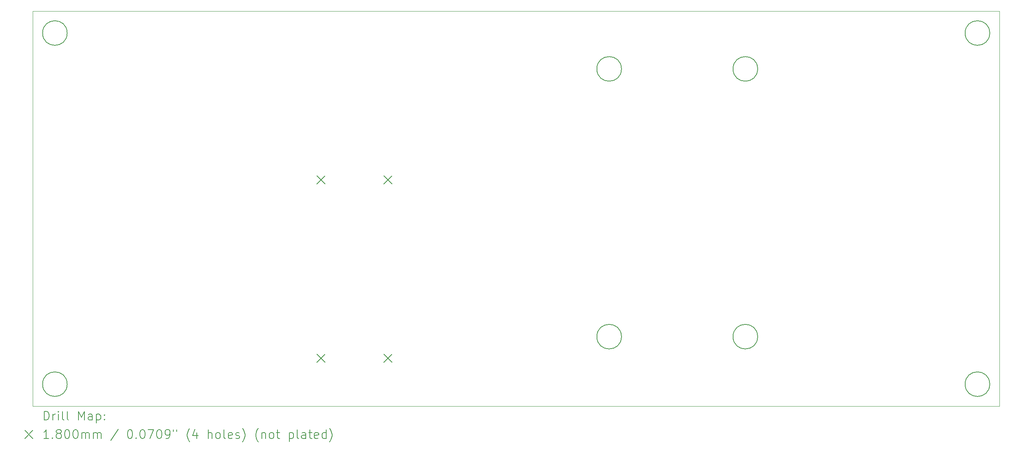
<source format=gbr>
%TF.GenerationSoftware,KiCad,Pcbnew,7.0.8*%
%TF.CreationDate,2024-09-15T13:05:01-06:00*%
%TF.ProjectId,CANBOARD_REV1,43414e42-4f41-4524-945f-524556312e6b,rev?*%
%TF.SameCoordinates,Original*%
%TF.FileFunction,Drillmap*%
%TF.FilePolarity,Positive*%
%FSLAX45Y45*%
G04 Gerber Fmt 4.5, Leading zero omitted, Abs format (unit mm)*
G04 Created by KiCad (PCBNEW 7.0.8) date 2024-09-15 13:05:01*
%MOMM*%
%LPD*%
G01*
G04 APERTURE LIST*
%ADD10C,0.150000*%
%ADD11C,0.100000*%
%ADD12C,0.200000*%
%ADD13C,0.180000*%
G04 APERTURE END LIST*
D10*
X14596800Y-2517300D02*
G75*
G03*
X14596800Y-2517300I-280000J0D01*
G01*
X1980000Y-9700000D02*
G75*
G03*
X1980000Y-9700000I-280000J0D01*
G01*
D11*
X1200000Y-1200000D02*
X23200000Y-1200000D01*
X23200000Y-10200000D01*
X1200000Y-10200000D01*
X1200000Y-1200000D01*
D10*
X17696800Y-8617300D02*
G75*
G03*
X17696800Y-8617300I-280000J0D01*
G01*
X14596800Y-8617300D02*
G75*
G03*
X14596800Y-8617300I-280000J0D01*
G01*
X1980000Y-1700000D02*
G75*
G03*
X1980000Y-1700000I-280000J0D01*
G01*
X22980000Y-1700000D02*
G75*
G03*
X22980000Y-1700000I-280000J0D01*
G01*
X17696800Y-2517300D02*
G75*
G03*
X17696800Y-2517300I-280000J0D01*
G01*
X22980000Y-9700000D02*
G75*
G03*
X22980000Y-9700000I-280000J0D01*
G01*
D12*
D13*
X7668000Y-4956000D02*
X7848000Y-5136000D01*
X7848000Y-4956000D02*
X7668000Y-5136000D01*
X7668000Y-9020000D02*
X7848000Y-9200000D01*
X7848000Y-9020000D02*
X7668000Y-9200000D01*
X9192000Y-4956000D02*
X9372000Y-5136000D01*
X9372000Y-4956000D02*
X9192000Y-5136000D01*
X9192000Y-9020000D02*
X9372000Y-9200000D01*
X9372000Y-9020000D02*
X9192000Y-9200000D01*
D12*
X1455777Y-10516484D02*
X1455777Y-10316484D01*
X1455777Y-10316484D02*
X1503396Y-10316484D01*
X1503396Y-10316484D02*
X1531967Y-10326008D01*
X1531967Y-10326008D02*
X1551015Y-10345055D01*
X1551015Y-10345055D02*
X1560539Y-10364103D01*
X1560539Y-10364103D02*
X1570062Y-10402198D01*
X1570062Y-10402198D02*
X1570062Y-10430770D01*
X1570062Y-10430770D02*
X1560539Y-10468865D01*
X1560539Y-10468865D02*
X1551015Y-10487912D01*
X1551015Y-10487912D02*
X1531967Y-10506960D01*
X1531967Y-10506960D02*
X1503396Y-10516484D01*
X1503396Y-10516484D02*
X1455777Y-10516484D01*
X1655777Y-10516484D02*
X1655777Y-10383150D01*
X1655777Y-10421246D02*
X1665301Y-10402198D01*
X1665301Y-10402198D02*
X1674824Y-10392674D01*
X1674824Y-10392674D02*
X1693872Y-10383150D01*
X1693872Y-10383150D02*
X1712920Y-10383150D01*
X1779586Y-10516484D02*
X1779586Y-10383150D01*
X1779586Y-10316484D02*
X1770062Y-10326008D01*
X1770062Y-10326008D02*
X1779586Y-10335531D01*
X1779586Y-10335531D02*
X1789110Y-10326008D01*
X1789110Y-10326008D02*
X1779586Y-10316484D01*
X1779586Y-10316484D02*
X1779586Y-10335531D01*
X1903396Y-10516484D02*
X1884348Y-10506960D01*
X1884348Y-10506960D02*
X1874824Y-10487912D01*
X1874824Y-10487912D02*
X1874824Y-10316484D01*
X2008158Y-10516484D02*
X1989110Y-10506960D01*
X1989110Y-10506960D02*
X1979586Y-10487912D01*
X1979586Y-10487912D02*
X1979586Y-10316484D01*
X2236729Y-10516484D02*
X2236729Y-10316484D01*
X2236729Y-10316484D02*
X2303396Y-10459341D01*
X2303396Y-10459341D02*
X2370063Y-10316484D01*
X2370063Y-10316484D02*
X2370063Y-10516484D01*
X2551015Y-10516484D02*
X2551015Y-10411722D01*
X2551015Y-10411722D02*
X2541491Y-10392674D01*
X2541491Y-10392674D02*
X2522444Y-10383150D01*
X2522444Y-10383150D02*
X2484348Y-10383150D01*
X2484348Y-10383150D02*
X2465301Y-10392674D01*
X2551015Y-10506960D02*
X2531967Y-10516484D01*
X2531967Y-10516484D02*
X2484348Y-10516484D01*
X2484348Y-10516484D02*
X2465301Y-10506960D01*
X2465301Y-10506960D02*
X2455777Y-10487912D01*
X2455777Y-10487912D02*
X2455777Y-10468865D01*
X2455777Y-10468865D02*
X2465301Y-10449817D01*
X2465301Y-10449817D02*
X2484348Y-10440293D01*
X2484348Y-10440293D02*
X2531967Y-10440293D01*
X2531967Y-10440293D02*
X2551015Y-10430770D01*
X2646253Y-10383150D02*
X2646253Y-10583150D01*
X2646253Y-10392674D02*
X2665301Y-10383150D01*
X2665301Y-10383150D02*
X2703396Y-10383150D01*
X2703396Y-10383150D02*
X2722444Y-10392674D01*
X2722444Y-10392674D02*
X2731967Y-10402198D01*
X2731967Y-10402198D02*
X2741491Y-10421246D01*
X2741491Y-10421246D02*
X2741491Y-10478389D01*
X2741491Y-10478389D02*
X2731967Y-10497436D01*
X2731967Y-10497436D02*
X2722444Y-10506960D01*
X2722444Y-10506960D02*
X2703396Y-10516484D01*
X2703396Y-10516484D02*
X2665301Y-10516484D01*
X2665301Y-10516484D02*
X2646253Y-10506960D01*
X2827205Y-10497436D02*
X2836729Y-10506960D01*
X2836729Y-10506960D02*
X2827205Y-10516484D01*
X2827205Y-10516484D02*
X2817682Y-10506960D01*
X2817682Y-10506960D02*
X2827205Y-10497436D01*
X2827205Y-10497436D02*
X2827205Y-10516484D01*
X2827205Y-10392674D02*
X2836729Y-10402198D01*
X2836729Y-10402198D02*
X2827205Y-10411722D01*
X2827205Y-10411722D02*
X2817682Y-10402198D01*
X2817682Y-10402198D02*
X2827205Y-10392674D01*
X2827205Y-10392674D02*
X2827205Y-10411722D01*
D13*
X1015000Y-10755000D02*
X1195000Y-10935000D01*
X1195000Y-10755000D02*
X1015000Y-10935000D01*
D12*
X1560539Y-10936484D02*
X1446253Y-10936484D01*
X1503396Y-10936484D02*
X1503396Y-10736484D01*
X1503396Y-10736484D02*
X1484348Y-10765055D01*
X1484348Y-10765055D02*
X1465301Y-10784103D01*
X1465301Y-10784103D02*
X1446253Y-10793627D01*
X1646253Y-10917436D02*
X1655777Y-10926960D01*
X1655777Y-10926960D02*
X1646253Y-10936484D01*
X1646253Y-10936484D02*
X1636729Y-10926960D01*
X1636729Y-10926960D02*
X1646253Y-10917436D01*
X1646253Y-10917436D02*
X1646253Y-10936484D01*
X1770062Y-10822198D02*
X1751015Y-10812674D01*
X1751015Y-10812674D02*
X1741491Y-10803150D01*
X1741491Y-10803150D02*
X1731967Y-10784103D01*
X1731967Y-10784103D02*
X1731967Y-10774579D01*
X1731967Y-10774579D02*
X1741491Y-10755531D01*
X1741491Y-10755531D02*
X1751015Y-10746008D01*
X1751015Y-10746008D02*
X1770062Y-10736484D01*
X1770062Y-10736484D02*
X1808158Y-10736484D01*
X1808158Y-10736484D02*
X1827205Y-10746008D01*
X1827205Y-10746008D02*
X1836729Y-10755531D01*
X1836729Y-10755531D02*
X1846253Y-10774579D01*
X1846253Y-10774579D02*
X1846253Y-10784103D01*
X1846253Y-10784103D02*
X1836729Y-10803150D01*
X1836729Y-10803150D02*
X1827205Y-10812674D01*
X1827205Y-10812674D02*
X1808158Y-10822198D01*
X1808158Y-10822198D02*
X1770062Y-10822198D01*
X1770062Y-10822198D02*
X1751015Y-10831722D01*
X1751015Y-10831722D02*
X1741491Y-10841246D01*
X1741491Y-10841246D02*
X1731967Y-10860293D01*
X1731967Y-10860293D02*
X1731967Y-10898389D01*
X1731967Y-10898389D02*
X1741491Y-10917436D01*
X1741491Y-10917436D02*
X1751015Y-10926960D01*
X1751015Y-10926960D02*
X1770062Y-10936484D01*
X1770062Y-10936484D02*
X1808158Y-10936484D01*
X1808158Y-10936484D02*
X1827205Y-10926960D01*
X1827205Y-10926960D02*
X1836729Y-10917436D01*
X1836729Y-10917436D02*
X1846253Y-10898389D01*
X1846253Y-10898389D02*
X1846253Y-10860293D01*
X1846253Y-10860293D02*
X1836729Y-10841246D01*
X1836729Y-10841246D02*
X1827205Y-10831722D01*
X1827205Y-10831722D02*
X1808158Y-10822198D01*
X1970062Y-10736484D02*
X1989110Y-10736484D01*
X1989110Y-10736484D02*
X2008158Y-10746008D01*
X2008158Y-10746008D02*
X2017682Y-10755531D01*
X2017682Y-10755531D02*
X2027205Y-10774579D01*
X2027205Y-10774579D02*
X2036729Y-10812674D01*
X2036729Y-10812674D02*
X2036729Y-10860293D01*
X2036729Y-10860293D02*
X2027205Y-10898389D01*
X2027205Y-10898389D02*
X2017682Y-10917436D01*
X2017682Y-10917436D02*
X2008158Y-10926960D01*
X2008158Y-10926960D02*
X1989110Y-10936484D01*
X1989110Y-10936484D02*
X1970062Y-10936484D01*
X1970062Y-10936484D02*
X1951015Y-10926960D01*
X1951015Y-10926960D02*
X1941491Y-10917436D01*
X1941491Y-10917436D02*
X1931967Y-10898389D01*
X1931967Y-10898389D02*
X1922443Y-10860293D01*
X1922443Y-10860293D02*
X1922443Y-10812674D01*
X1922443Y-10812674D02*
X1931967Y-10774579D01*
X1931967Y-10774579D02*
X1941491Y-10755531D01*
X1941491Y-10755531D02*
X1951015Y-10746008D01*
X1951015Y-10746008D02*
X1970062Y-10736484D01*
X2160539Y-10736484D02*
X2179586Y-10736484D01*
X2179586Y-10736484D02*
X2198634Y-10746008D01*
X2198634Y-10746008D02*
X2208158Y-10755531D01*
X2208158Y-10755531D02*
X2217682Y-10774579D01*
X2217682Y-10774579D02*
X2227205Y-10812674D01*
X2227205Y-10812674D02*
X2227205Y-10860293D01*
X2227205Y-10860293D02*
X2217682Y-10898389D01*
X2217682Y-10898389D02*
X2208158Y-10917436D01*
X2208158Y-10917436D02*
X2198634Y-10926960D01*
X2198634Y-10926960D02*
X2179586Y-10936484D01*
X2179586Y-10936484D02*
X2160539Y-10936484D01*
X2160539Y-10936484D02*
X2141491Y-10926960D01*
X2141491Y-10926960D02*
X2131967Y-10917436D01*
X2131967Y-10917436D02*
X2122444Y-10898389D01*
X2122444Y-10898389D02*
X2112920Y-10860293D01*
X2112920Y-10860293D02*
X2112920Y-10812674D01*
X2112920Y-10812674D02*
X2122444Y-10774579D01*
X2122444Y-10774579D02*
X2131967Y-10755531D01*
X2131967Y-10755531D02*
X2141491Y-10746008D01*
X2141491Y-10746008D02*
X2160539Y-10736484D01*
X2312920Y-10936484D02*
X2312920Y-10803150D01*
X2312920Y-10822198D02*
X2322444Y-10812674D01*
X2322444Y-10812674D02*
X2341491Y-10803150D01*
X2341491Y-10803150D02*
X2370063Y-10803150D01*
X2370063Y-10803150D02*
X2389110Y-10812674D01*
X2389110Y-10812674D02*
X2398634Y-10831722D01*
X2398634Y-10831722D02*
X2398634Y-10936484D01*
X2398634Y-10831722D02*
X2408158Y-10812674D01*
X2408158Y-10812674D02*
X2427205Y-10803150D01*
X2427205Y-10803150D02*
X2455777Y-10803150D01*
X2455777Y-10803150D02*
X2474825Y-10812674D01*
X2474825Y-10812674D02*
X2484348Y-10831722D01*
X2484348Y-10831722D02*
X2484348Y-10936484D01*
X2579586Y-10936484D02*
X2579586Y-10803150D01*
X2579586Y-10822198D02*
X2589110Y-10812674D01*
X2589110Y-10812674D02*
X2608158Y-10803150D01*
X2608158Y-10803150D02*
X2636729Y-10803150D01*
X2636729Y-10803150D02*
X2655777Y-10812674D01*
X2655777Y-10812674D02*
X2665301Y-10831722D01*
X2665301Y-10831722D02*
X2665301Y-10936484D01*
X2665301Y-10831722D02*
X2674825Y-10812674D01*
X2674825Y-10812674D02*
X2693872Y-10803150D01*
X2693872Y-10803150D02*
X2722444Y-10803150D01*
X2722444Y-10803150D02*
X2741491Y-10812674D01*
X2741491Y-10812674D02*
X2751015Y-10831722D01*
X2751015Y-10831722D02*
X2751015Y-10936484D01*
X3141491Y-10726960D02*
X2970063Y-10984103D01*
X3398634Y-10736484D02*
X3417682Y-10736484D01*
X3417682Y-10736484D02*
X3436729Y-10746008D01*
X3436729Y-10746008D02*
X3446253Y-10755531D01*
X3446253Y-10755531D02*
X3455777Y-10774579D01*
X3455777Y-10774579D02*
X3465301Y-10812674D01*
X3465301Y-10812674D02*
X3465301Y-10860293D01*
X3465301Y-10860293D02*
X3455777Y-10898389D01*
X3455777Y-10898389D02*
X3446253Y-10917436D01*
X3446253Y-10917436D02*
X3436729Y-10926960D01*
X3436729Y-10926960D02*
X3417682Y-10936484D01*
X3417682Y-10936484D02*
X3398634Y-10936484D01*
X3398634Y-10936484D02*
X3379586Y-10926960D01*
X3379586Y-10926960D02*
X3370063Y-10917436D01*
X3370063Y-10917436D02*
X3360539Y-10898389D01*
X3360539Y-10898389D02*
X3351015Y-10860293D01*
X3351015Y-10860293D02*
X3351015Y-10812674D01*
X3351015Y-10812674D02*
X3360539Y-10774579D01*
X3360539Y-10774579D02*
X3370063Y-10755531D01*
X3370063Y-10755531D02*
X3379586Y-10746008D01*
X3379586Y-10746008D02*
X3398634Y-10736484D01*
X3551015Y-10917436D02*
X3560539Y-10926960D01*
X3560539Y-10926960D02*
X3551015Y-10936484D01*
X3551015Y-10936484D02*
X3541491Y-10926960D01*
X3541491Y-10926960D02*
X3551015Y-10917436D01*
X3551015Y-10917436D02*
X3551015Y-10936484D01*
X3684348Y-10736484D02*
X3703396Y-10736484D01*
X3703396Y-10736484D02*
X3722444Y-10746008D01*
X3722444Y-10746008D02*
X3731967Y-10755531D01*
X3731967Y-10755531D02*
X3741491Y-10774579D01*
X3741491Y-10774579D02*
X3751015Y-10812674D01*
X3751015Y-10812674D02*
X3751015Y-10860293D01*
X3751015Y-10860293D02*
X3741491Y-10898389D01*
X3741491Y-10898389D02*
X3731967Y-10917436D01*
X3731967Y-10917436D02*
X3722444Y-10926960D01*
X3722444Y-10926960D02*
X3703396Y-10936484D01*
X3703396Y-10936484D02*
X3684348Y-10936484D01*
X3684348Y-10936484D02*
X3665301Y-10926960D01*
X3665301Y-10926960D02*
X3655777Y-10917436D01*
X3655777Y-10917436D02*
X3646253Y-10898389D01*
X3646253Y-10898389D02*
X3636729Y-10860293D01*
X3636729Y-10860293D02*
X3636729Y-10812674D01*
X3636729Y-10812674D02*
X3646253Y-10774579D01*
X3646253Y-10774579D02*
X3655777Y-10755531D01*
X3655777Y-10755531D02*
X3665301Y-10746008D01*
X3665301Y-10746008D02*
X3684348Y-10736484D01*
X3817682Y-10736484D02*
X3951015Y-10736484D01*
X3951015Y-10736484D02*
X3865301Y-10936484D01*
X4065301Y-10736484D02*
X4084348Y-10736484D01*
X4084348Y-10736484D02*
X4103396Y-10746008D01*
X4103396Y-10746008D02*
X4112920Y-10755531D01*
X4112920Y-10755531D02*
X4122444Y-10774579D01*
X4122444Y-10774579D02*
X4131967Y-10812674D01*
X4131967Y-10812674D02*
X4131967Y-10860293D01*
X4131967Y-10860293D02*
X4122444Y-10898389D01*
X4122444Y-10898389D02*
X4112920Y-10917436D01*
X4112920Y-10917436D02*
X4103396Y-10926960D01*
X4103396Y-10926960D02*
X4084348Y-10936484D01*
X4084348Y-10936484D02*
X4065301Y-10936484D01*
X4065301Y-10936484D02*
X4046253Y-10926960D01*
X4046253Y-10926960D02*
X4036729Y-10917436D01*
X4036729Y-10917436D02*
X4027206Y-10898389D01*
X4027206Y-10898389D02*
X4017682Y-10860293D01*
X4017682Y-10860293D02*
X4017682Y-10812674D01*
X4017682Y-10812674D02*
X4027206Y-10774579D01*
X4027206Y-10774579D02*
X4036729Y-10755531D01*
X4036729Y-10755531D02*
X4046253Y-10746008D01*
X4046253Y-10746008D02*
X4065301Y-10736484D01*
X4227206Y-10936484D02*
X4265301Y-10936484D01*
X4265301Y-10936484D02*
X4284349Y-10926960D01*
X4284349Y-10926960D02*
X4293872Y-10917436D01*
X4293872Y-10917436D02*
X4312920Y-10888865D01*
X4312920Y-10888865D02*
X4322444Y-10850770D01*
X4322444Y-10850770D02*
X4322444Y-10774579D01*
X4322444Y-10774579D02*
X4312920Y-10755531D01*
X4312920Y-10755531D02*
X4303396Y-10746008D01*
X4303396Y-10746008D02*
X4284349Y-10736484D01*
X4284349Y-10736484D02*
X4246253Y-10736484D01*
X4246253Y-10736484D02*
X4227206Y-10746008D01*
X4227206Y-10746008D02*
X4217682Y-10755531D01*
X4217682Y-10755531D02*
X4208158Y-10774579D01*
X4208158Y-10774579D02*
X4208158Y-10822198D01*
X4208158Y-10822198D02*
X4217682Y-10841246D01*
X4217682Y-10841246D02*
X4227206Y-10850770D01*
X4227206Y-10850770D02*
X4246253Y-10860293D01*
X4246253Y-10860293D02*
X4284349Y-10860293D01*
X4284349Y-10860293D02*
X4303396Y-10850770D01*
X4303396Y-10850770D02*
X4312920Y-10841246D01*
X4312920Y-10841246D02*
X4322444Y-10822198D01*
X4398634Y-10736484D02*
X4398634Y-10774579D01*
X4474825Y-10736484D02*
X4474825Y-10774579D01*
X4770063Y-11012674D02*
X4760539Y-11003150D01*
X4760539Y-11003150D02*
X4741491Y-10974579D01*
X4741491Y-10974579D02*
X4731968Y-10955531D01*
X4731968Y-10955531D02*
X4722444Y-10926960D01*
X4722444Y-10926960D02*
X4712920Y-10879341D01*
X4712920Y-10879341D02*
X4712920Y-10841246D01*
X4712920Y-10841246D02*
X4722444Y-10793627D01*
X4722444Y-10793627D02*
X4731968Y-10765055D01*
X4731968Y-10765055D02*
X4741491Y-10746008D01*
X4741491Y-10746008D02*
X4760539Y-10717436D01*
X4760539Y-10717436D02*
X4770063Y-10707912D01*
X4931968Y-10803150D02*
X4931968Y-10936484D01*
X4884349Y-10726960D02*
X4836730Y-10869817D01*
X4836730Y-10869817D02*
X4960539Y-10869817D01*
X5189111Y-10936484D02*
X5189111Y-10736484D01*
X5274825Y-10936484D02*
X5274825Y-10831722D01*
X5274825Y-10831722D02*
X5265301Y-10812674D01*
X5265301Y-10812674D02*
X5246253Y-10803150D01*
X5246253Y-10803150D02*
X5217682Y-10803150D01*
X5217682Y-10803150D02*
X5198634Y-10812674D01*
X5198634Y-10812674D02*
X5189111Y-10822198D01*
X5398634Y-10936484D02*
X5379587Y-10926960D01*
X5379587Y-10926960D02*
X5370063Y-10917436D01*
X5370063Y-10917436D02*
X5360539Y-10898389D01*
X5360539Y-10898389D02*
X5360539Y-10841246D01*
X5360539Y-10841246D02*
X5370063Y-10822198D01*
X5370063Y-10822198D02*
X5379587Y-10812674D01*
X5379587Y-10812674D02*
X5398634Y-10803150D01*
X5398634Y-10803150D02*
X5427206Y-10803150D01*
X5427206Y-10803150D02*
X5446253Y-10812674D01*
X5446253Y-10812674D02*
X5455777Y-10822198D01*
X5455777Y-10822198D02*
X5465301Y-10841246D01*
X5465301Y-10841246D02*
X5465301Y-10898389D01*
X5465301Y-10898389D02*
X5455777Y-10917436D01*
X5455777Y-10917436D02*
X5446253Y-10926960D01*
X5446253Y-10926960D02*
X5427206Y-10936484D01*
X5427206Y-10936484D02*
X5398634Y-10936484D01*
X5579587Y-10936484D02*
X5560539Y-10926960D01*
X5560539Y-10926960D02*
X5551015Y-10907912D01*
X5551015Y-10907912D02*
X5551015Y-10736484D01*
X5731968Y-10926960D02*
X5712920Y-10936484D01*
X5712920Y-10936484D02*
X5674825Y-10936484D01*
X5674825Y-10936484D02*
X5655777Y-10926960D01*
X5655777Y-10926960D02*
X5646253Y-10907912D01*
X5646253Y-10907912D02*
X5646253Y-10831722D01*
X5646253Y-10831722D02*
X5655777Y-10812674D01*
X5655777Y-10812674D02*
X5674825Y-10803150D01*
X5674825Y-10803150D02*
X5712920Y-10803150D01*
X5712920Y-10803150D02*
X5731968Y-10812674D01*
X5731968Y-10812674D02*
X5741491Y-10831722D01*
X5741491Y-10831722D02*
X5741491Y-10850770D01*
X5741491Y-10850770D02*
X5646253Y-10869817D01*
X5817682Y-10926960D02*
X5836730Y-10936484D01*
X5836730Y-10936484D02*
X5874825Y-10936484D01*
X5874825Y-10936484D02*
X5893872Y-10926960D01*
X5893872Y-10926960D02*
X5903396Y-10907912D01*
X5903396Y-10907912D02*
X5903396Y-10898389D01*
X5903396Y-10898389D02*
X5893872Y-10879341D01*
X5893872Y-10879341D02*
X5874825Y-10869817D01*
X5874825Y-10869817D02*
X5846253Y-10869817D01*
X5846253Y-10869817D02*
X5827206Y-10860293D01*
X5827206Y-10860293D02*
X5817682Y-10841246D01*
X5817682Y-10841246D02*
X5817682Y-10831722D01*
X5817682Y-10831722D02*
X5827206Y-10812674D01*
X5827206Y-10812674D02*
X5846253Y-10803150D01*
X5846253Y-10803150D02*
X5874825Y-10803150D01*
X5874825Y-10803150D02*
X5893872Y-10812674D01*
X5970063Y-11012674D02*
X5979587Y-11003150D01*
X5979587Y-11003150D02*
X5998634Y-10974579D01*
X5998634Y-10974579D02*
X6008158Y-10955531D01*
X6008158Y-10955531D02*
X6017682Y-10926960D01*
X6017682Y-10926960D02*
X6027206Y-10879341D01*
X6027206Y-10879341D02*
X6027206Y-10841246D01*
X6027206Y-10841246D02*
X6017682Y-10793627D01*
X6017682Y-10793627D02*
X6008158Y-10765055D01*
X6008158Y-10765055D02*
X5998634Y-10746008D01*
X5998634Y-10746008D02*
X5979587Y-10717436D01*
X5979587Y-10717436D02*
X5970063Y-10707912D01*
X6331968Y-11012674D02*
X6322444Y-11003150D01*
X6322444Y-11003150D02*
X6303396Y-10974579D01*
X6303396Y-10974579D02*
X6293872Y-10955531D01*
X6293872Y-10955531D02*
X6284349Y-10926960D01*
X6284349Y-10926960D02*
X6274825Y-10879341D01*
X6274825Y-10879341D02*
X6274825Y-10841246D01*
X6274825Y-10841246D02*
X6284349Y-10793627D01*
X6284349Y-10793627D02*
X6293872Y-10765055D01*
X6293872Y-10765055D02*
X6303396Y-10746008D01*
X6303396Y-10746008D02*
X6322444Y-10717436D01*
X6322444Y-10717436D02*
X6331968Y-10707912D01*
X6408158Y-10803150D02*
X6408158Y-10936484D01*
X6408158Y-10822198D02*
X6417682Y-10812674D01*
X6417682Y-10812674D02*
X6436730Y-10803150D01*
X6436730Y-10803150D02*
X6465301Y-10803150D01*
X6465301Y-10803150D02*
X6484349Y-10812674D01*
X6484349Y-10812674D02*
X6493872Y-10831722D01*
X6493872Y-10831722D02*
X6493872Y-10936484D01*
X6617682Y-10936484D02*
X6598634Y-10926960D01*
X6598634Y-10926960D02*
X6589111Y-10917436D01*
X6589111Y-10917436D02*
X6579587Y-10898389D01*
X6579587Y-10898389D02*
X6579587Y-10841246D01*
X6579587Y-10841246D02*
X6589111Y-10822198D01*
X6589111Y-10822198D02*
X6598634Y-10812674D01*
X6598634Y-10812674D02*
X6617682Y-10803150D01*
X6617682Y-10803150D02*
X6646253Y-10803150D01*
X6646253Y-10803150D02*
X6665301Y-10812674D01*
X6665301Y-10812674D02*
X6674825Y-10822198D01*
X6674825Y-10822198D02*
X6684349Y-10841246D01*
X6684349Y-10841246D02*
X6684349Y-10898389D01*
X6684349Y-10898389D02*
X6674825Y-10917436D01*
X6674825Y-10917436D02*
X6665301Y-10926960D01*
X6665301Y-10926960D02*
X6646253Y-10936484D01*
X6646253Y-10936484D02*
X6617682Y-10936484D01*
X6741492Y-10803150D02*
X6817682Y-10803150D01*
X6770063Y-10736484D02*
X6770063Y-10907912D01*
X6770063Y-10907912D02*
X6779587Y-10926960D01*
X6779587Y-10926960D02*
X6798634Y-10936484D01*
X6798634Y-10936484D02*
X6817682Y-10936484D01*
X7036730Y-10803150D02*
X7036730Y-11003150D01*
X7036730Y-10812674D02*
X7055777Y-10803150D01*
X7055777Y-10803150D02*
X7093873Y-10803150D01*
X7093873Y-10803150D02*
X7112920Y-10812674D01*
X7112920Y-10812674D02*
X7122444Y-10822198D01*
X7122444Y-10822198D02*
X7131968Y-10841246D01*
X7131968Y-10841246D02*
X7131968Y-10898389D01*
X7131968Y-10898389D02*
X7122444Y-10917436D01*
X7122444Y-10917436D02*
X7112920Y-10926960D01*
X7112920Y-10926960D02*
X7093873Y-10936484D01*
X7093873Y-10936484D02*
X7055777Y-10936484D01*
X7055777Y-10936484D02*
X7036730Y-10926960D01*
X7246253Y-10936484D02*
X7227206Y-10926960D01*
X7227206Y-10926960D02*
X7217682Y-10907912D01*
X7217682Y-10907912D02*
X7217682Y-10736484D01*
X7408158Y-10936484D02*
X7408158Y-10831722D01*
X7408158Y-10831722D02*
X7398634Y-10812674D01*
X7398634Y-10812674D02*
X7379587Y-10803150D01*
X7379587Y-10803150D02*
X7341492Y-10803150D01*
X7341492Y-10803150D02*
X7322444Y-10812674D01*
X7408158Y-10926960D02*
X7389111Y-10936484D01*
X7389111Y-10936484D02*
X7341492Y-10936484D01*
X7341492Y-10936484D02*
X7322444Y-10926960D01*
X7322444Y-10926960D02*
X7312920Y-10907912D01*
X7312920Y-10907912D02*
X7312920Y-10888865D01*
X7312920Y-10888865D02*
X7322444Y-10869817D01*
X7322444Y-10869817D02*
X7341492Y-10860293D01*
X7341492Y-10860293D02*
X7389111Y-10860293D01*
X7389111Y-10860293D02*
X7408158Y-10850770D01*
X7474825Y-10803150D02*
X7551015Y-10803150D01*
X7503396Y-10736484D02*
X7503396Y-10907912D01*
X7503396Y-10907912D02*
X7512920Y-10926960D01*
X7512920Y-10926960D02*
X7531968Y-10936484D01*
X7531968Y-10936484D02*
X7551015Y-10936484D01*
X7693873Y-10926960D02*
X7674825Y-10936484D01*
X7674825Y-10936484D02*
X7636730Y-10936484D01*
X7636730Y-10936484D02*
X7617682Y-10926960D01*
X7617682Y-10926960D02*
X7608158Y-10907912D01*
X7608158Y-10907912D02*
X7608158Y-10831722D01*
X7608158Y-10831722D02*
X7617682Y-10812674D01*
X7617682Y-10812674D02*
X7636730Y-10803150D01*
X7636730Y-10803150D02*
X7674825Y-10803150D01*
X7674825Y-10803150D02*
X7693873Y-10812674D01*
X7693873Y-10812674D02*
X7703396Y-10831722D01*
X7703396Y-10831722D02*
X7703396Y-10850770D01*
X7703396Y-10850770D02*
X7608158Y-10869817D01*
X7874825Y-10936484D02*
X7874825Y-10736484D01*
X7874825Y-10926960D02*
X7855777Y-10936484D01*
X7855777Y-10936484D02*
X7817682Y-10936484D01*
X7817682Y-10936484D02*
X7798634Y-10926960D01*
X7798634Y-10926960D02*
X7789111Y-10917436D01*
X7789111Y-10917436D02*
X7779587Y-10898389D01*
X7779587Y-10898389D02*
X7779587Y-10841246D01*
X7779587Y-10841246D02*
X7789111Y-10822198D01*
X7789111Y-10822198D02*
X7798634Y-10812674D01*
X7798634Y-10812674D02*
X7817682Y-10803150D01*
X7817682Y-10803150D02*
X7855777Y-10803150D01*
X7855777Y-10803150D02*
X7874825Y-10812674D01*
X7951015Y-11012674D02*
X7960539Y-11003150D01*
X7960539Y-11003150D02*
X7979587Y-10974579D01*
X7979587Y-10974579D02*
X7989111Y-10955531D01*
X7989111Y-10955531D02*
X7998634Y-10926960D01*
X7998634Y-10926960D02*
X8008158Y-10879341D01*
X8008158Y-10879341D02*
X8008158Y-10841246D01*
X8008158Y-10841246D02*
X7998634Y-10793627D01*
X7998634Y-10793627D02*
X7989111Y-10765055D01*
X7989111Y-10765055D02*
X7979587Y-10746008D01*
X7979587Y-10746008D02*
X7960539Y-10717436D01*
X7960539Y-10717436D02*
X7951015Y-10707912D01*
M02*

</source>
